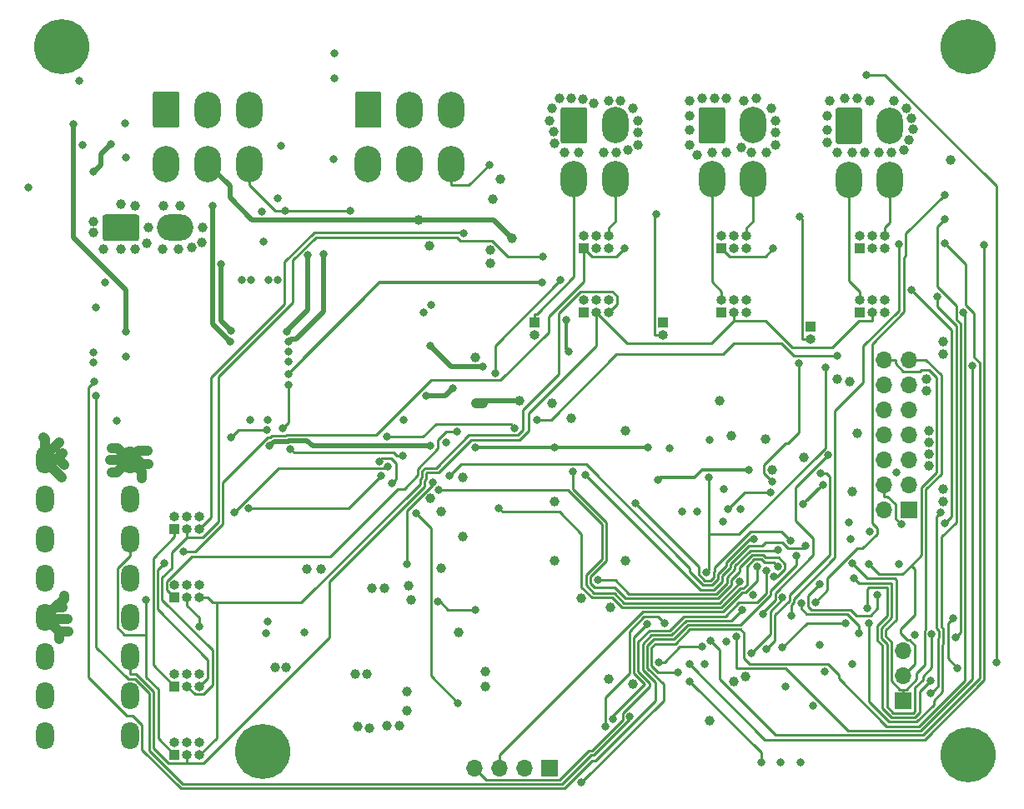
<source format=gbr>
G04 #@! TF.GenerationSoftware,KiCad,Pcbnew,5.1.6-c6e7f7d~87~ubuntu18.04.1*
G04 #@! TF.CreationDate,2020-08-26T01:47:06+02:00*
G04 #@! TF.ProjectId,retropilot_stm32f405_ecu,72657472-6f70-4696-9c6f-745f73746d33,rev?*
G04 #@! TF.SameCoordinates,Original*
G04 #@! TF.FileFunction,Copper,L4,Bot*
G04 #@! TF.FilePolarity,Positive*
%FSLAX46Y46*%
G04 Gerber Fmt 4.6, Leading zero omitted, Abs format (unit mm)*
G04 Created by KiCad (PCBNEW 5.1.6-c6e7f7d~87~ubuntu18.04.1) date 2020-08-26 01:47:06*
%MOMM*%
%LPD*%
G01*
G04 APERTURE LIST*
G04 #@! TA.AperFunction,ComponentPad*
%ADD10O,1.700000X1.700000*%
G04 #@! TD*
G04 #@! TA.AperFunction,ComponentPad*
%ADD11R,1.700000X1.700000*%
G04 #@! TD*
G04 #@! TA.AperFunction,ComponentPad*
%ADD12O,3.700000X2.700000*%
G04 #@! TD*
G04 #@! TA.AperFunction,ComponentPad*
%ADD13O,1.800000X2.800000*%
G04 #@! TD*
G04 #@! TA.AperFunction,ComponentPad*
%ADD14O,1.000000X1.000000*%
G04 #@! TD*
G04 #@! TA.AperFunction,ComponentPad*
%ADD15R,1.000000X1.000000*%
G04 #@! TD*
G04 #@! TA.AperFunction,ComponentPad*
%ADD16O,2.700000X3.700000*%
G04 #@! TD*
G04 #@! TA.AperFunction,ComponentPad*
%ADD17C,5.600000*%
G04 #@! TD*
G04 #@! TA.AperFunction,ViaPad*
%ADD18C,1.000000*%
G04 #@! TD*
G04 #@! TA.AperFunction,ViaPad*
%ADD19C,0.800000*%
G04 #@! TD*
G04 #@! TA.AperFunction,Conductor*
%ADD20C,1.000000*%
G04 #@! TD*
G04 #@! TA.AperFunction,Conductor*
%ADD21C,0.250000*%
G04 #@! TD*
G04 #@! TA.AperFunction,Conductor*
%ADD22C,0.500000*%
G04 #@! TD*
G04 #@! TA.AperFunction,Conductor*
%ADD23C,0.300000*%
G04 #@! TD*
G04 APERTURE END LIST*
D10*
X120400000Y-94420000D03*
X120400000Y-96960000D03*
D11*
X120400000Y-99500000D03*
G04 #@! TA.AperFunction,ComponentPad*
G36*
G01*
X42599999Y-52750000D02*
X39400001Y-52750000D01*
G75*
G02*
X39150000Y-52499999I0J250001D01*
G01*
X39150000Y-50300001D01*
G75*
G02*
X39400001Y-50050000I250001J0D01*
G01*
X42599999Y-50050000D01*
G75*
G02*
X42850000Y-50300001I0J-250001D01*
G01*
X42850000Y-52499999D01*
G75*
G02*
X42599999Y-52750000I-250001J0D01*
G01*
G37*
G04 #@! TD.AperFunction*
D12*
X46500000Y-51400000D03*
D13*
X33300000Y-103000000D03*
X33300000Y-99000000D03*
X33300000Y-91000000D03*
X33300000Y-95000000D03*
X33300000Y-79000000D03*
X33300000Y-87000000D03*
X33300000Y-83000000D03*
X33300000Y-75000000D03*
X41900000Y-91000000D03*
X41900000Y-75000000D03*
X41900000Y-83000000D03*
X41900000Y-79000000D03*
X41900000Y-95000000D03*
X41900000Y-103000000D03*
X41900000Y-99000000D03*
X41900000Y-87000000D03*
D14*
X49000000Y-103730000D03*
X49000000Y-105000000D03*
X47730000Y-103730000D03*
X47730000Y-105000000D03*
X46460000Y-103730000D03*
D15*
X46460000Y-105000000D03*
D14*
X49000000Y-96730000D03*
X49000000Y-98000000D03*
X47730000Y-96730000D03*
X47730000Y-98000000D03*
X46460000Y-96730000D03*
D15*
X46460000Y-98000000D03*
D14*
X49000000Y-87730000D03*
X49000000Y-89000000D03*
X47730000Y-87730000D03*
X47730000Y-89000000D03*
X46460000Y-87730000D03*
D15*
X46460000Y-89000000D03*
D14*
X49000000Y-80730000D03*
X49000000Y-82000000D03*
X47730000Y-80730000D03*
X47730000Y-82000000D03*
X46460000Y-80730000D03*
D15*
X46460000Y-82000000D03*
D14*
X118540000Y-58730000D03*
X118540000Y-60000000D03*
X117270000Y-58730000D03*
X117270000Y-60000000D03*
X116000000Y-58730000D03*
D15*
X116000000Y-60000000D03*
D14*
X118540000Y-52230000D03*
X118540000Y-53500000D03*
X117270000Y-52230000D03*
X117270000Y-53500000D03*
X116000000Y-52230000D03*
D15*
X116000000Y-53500000D03*
D14*
X104540000Y-58730000D03*
X104540000Y-60000000D03*
X103270000Y-58730000D03*
X103270000Y-60000000D03*
X102000000Y-58730000D03*
D15*
X102000000Y-60000000D03*
D14*
X104540000Y-52230000D03*
X104540000Y-53500000D03*
X103270000Y-52230000D03*
X103270000Y-53500000D03*
X102000000Y-52230000D03*
D15*
X102000000Y-53500000D03*
D14*
X90540000Y-58730000D03*
X90540000Y-60000000D03*
X89270000Y-58730000D03*
X89270000Y-60000000D03*
X88000000Y-58730000D03*
D15*
X88000000Y-60000000D03*
D14*
X90540000Y-52230000D03*
X90540000Y-53500000D03*
X89270000Y-52230000D03*
X89270000Y-53500000D03*
X88000000Y-52230000D03*
D15*
X88000000Y-53500000D03*
D14*
X111000000Y-62730000D03*
D15*
X111000000Y-61460000D03*
D14*
X96000000Y-62270000D03*
D15*
X96000000Y-61000000D03*
D14*
X83000000Y-62270000D03*
D15*
X83000000Y-61000000D03*
G04 #@! TA.AperFunction,ComponentPad*
G36*
G01*
X44250000Y-40999999D02*
X44250000Y-37800001D01*
G75*
G02*
X44500001Y-37550000I250001J0D01*
G01*
X46699999Y-37550000D01*
G75*
G02*
X46950000Y-37800001I0J-250001D01*
G01*
X46950000Y-40999999D01*
G75*
G02*
X46699999Y-41250000I-250001J0D01*
G01*
X44500001Y-41250000D01*
G75*
G02*
X44250000Y-40999999I0J250001D01*
G01*
G37*
G04 #@! TD.AperFunction*
D16*
X49800000Y-39400000D03*
X54000000Y-39400000D03*
X45600000Y-44900000D03*
X49800000Y-44900000D03*
X54000000Y-44900000D03*
D17*
X55400000Y-104600000D03*
X127000000Y-105000000D03*
X127000000Y-33000000D03*
X35000000Y-33000000D03*
D10*
X118460000Y-64840000D03*
X121000000Y-64840000D03*
X118460000Y-67380000D03*
X121000000Y-67380000D03*
X118460000Y-69920000D03*
X121000000Y-69920000D03*
X118460000Y-72460000D03*
X121000000Y-72460000D03*
X118460000Y-75000000D03*
X121000000Y-75000000D03*
X118460000Y-77540000D03*
X121000000Y-77540000D03*
X118460000Y-80080000D03*
D11*
X121000000Y-80080000D03*
D10*
X76880000Y-106300000D03*
X79420000Y-106300000D03*
X81960000Y-106300000D03*
D11*
X84500000Y-106300000D03*
G04 #@! TA.AperFunction,ComponentPad*
G36*
G01*
X113550000Y-42649999D02*
X113550000Y-39450001D01*
G75*
G02*
X113800001Y-39200000I250001J0D01*
G01*
X115999999Y-39200000D01*
G75*
G02*
X116250000Y-39450001I0J-250001D01*
G01*
X116250000Y-42649999D01*
G75*
G02*
X115999999Y-42900000I-250001J0D01*
G01*
X113800001Y-42900000D01*
G75*
G02*
X113550000Y-42649999I0J250001D01*
G01*
G37*
G04 #@! TD.AperFunction*
D16*
X119100000Y-41050000D03*
X114900000Y-46550000D03*
X119100000Y-46550000D03*
G04 #@! TA.AperFunction,ComponentPad*
G36*
G01*
X99650000Y-42599999D02*
X99650000Y-39400001D01*
G75*
G02*
X99900001Y-39150000I250001J0D01*
G01*
X102099999Y-39150000D01*
G75*
G02*
X102350000Y-39400001I0J-250001D01*
G01*
X102350000Y-42599999D01*
G75*
G02*
X102099999Y-42850000I-250001J0D01*
G01*
X99900001Y-42850000D01*
G75*
G02*
X99650000Y-42599999I0J250001D01*
G01*
G37*
G04 #@! TD.AperFunction*
X105200000Y-41000000D03*
X101000000Y-46500000D03*
X105200000Y-46500000D03*
G04 #@! TA.AperFunction,ComponentPad*
G36*
G01*
X85650000Y-42599999D02*
X85650000Y-39400001D01*
G75*
G02*
X85900001Y-39150000I250001J0D01*
G01*
X88099999Y-39150000D01*
G75*
G02*
X88350000Y-39400001I0J-250001D01*
G01*
X88350000Y-42599999D01*
G75*
G02*
X88099999Y-42850000I-250001J0D01*
G01*
X85900001Y-42850000D01*
G75*
G02*
X85650000Y-42599999I0J250001D01*
G01*
G37*
G04 #@! TD.AperFunction*
X91200000Y-41000000D03*
X87000000Y-46500000D03*
X91200000Y-46500000D03*
G04 #@! TA.AperFunction,ComponentPad*
G36*
G01*
X64750000Y-40999999D02*
X64750000Y-37800001D01*
G75*
G02*
X65000001Y-37550000I250001J0D01*
G01*
X67199999Y-37550000D01*
G75*
G02*
X67450000Y-37800001I0J-250001D01*
G01*
X67450000Y-40999999D01*
G75*
G02*
X67199999Y-41250000I-250001J0D01*
G01*
X65000001Y-41250000D01*
G75*
G02*
X64750000Y-40999999I0J250001D01*
G01*
G37*
G04 #@! TD.AperFunction*
X70300000Y-39400000D03*
X74500000Y-39400000D03*
X66100000Y-44900000D03*
X70300000Y-44900000D03*
X74500000Y-44900000D03*
D18*
X39200000Y-53600000D03*
X41000000Y-49000000D03*
X42400000Y-49200000D03*
X43600000Y-53000000D03*
X42400000Y-53600000D03*
X41000000Y-53600000D03*
X38200000Y-51900000D03*
X38200000Y-50800000D03*
D19*
X31600000Y-47300000D03*
D18*
X34700000Y-93200000D03*
X35200000Y-88800000D03*
X35700000Y-92400000D03*
X35600000Y-91200000D03*
X35100000Y-90000000D03*
X92250000Y-72000000D03*
X86750000Y-70750000D03*
D19*
X100750000Y-73000000D03*
D18*
X107114000Y-76046300D03*
X110319000Y-74750000D03*
X106451000Y-72900000D03*
D19*
X72500000Y-59250000D03*
X100250000Y-95750000D03*
D18*
X65026100Y-102074000D03*
X92250000Y-85250000D03*
X90500000Y-97250000D03*
D19*
X108500000Y-98000000D03*
X111250000Y-100000000D03*
D18*
X78500000Y-55000000D03*
X77000000Y-64550000D03*
X115750000Y-72250000D03*
X103000000Y-72500000D03*
X101750000Y-69000000D03*
X85000000Y-85250000D03*
X85000000Y-79250000D03*
X75750000Y-82750000D03*
X75750000Y-76750000D03*
X79500000Y-46500000D03*
X93500000Y-40500000D03*
X93500000Y-41750000D03*
X93500000Y-43000000D03*
X92500000Y-43500000D03*
X91250000Y-43750000D03*
X90000000Y-43750000D03*
X107500000Y-40500000D03*
X107500000Y-41750000D03*
X107500000Y-43000000D03*
X106500000Y-43750000D03*
X105000000Y-43750000D03*
X104000000Y-43250000D03*
X121400000Y-41400000D03*
X121000000Y-42500000D03*
X120500000Y-43500000D03*
X119250000Y-43750000D03*
X118000000Y-43750000D03*
X121250000Y-40250000D03*
X125250000Y-44500000D03*
X124500000Y-63000000D03*
X124500000Y-78000000D03*
X103200000Y-97500000D03*
X100750000Y-101500000D03*
X115000000Y-67000000D03*
X122750000Y-66750000D03*
X122750000Y-68000000D03*
X123000000Y-72000000D03*
X123000000Y-73250000D03*
X123000000Y-74400000D03*
X123000000Y-75600000D03*
X115250000Y-78250000D03*
X78500000Y-53700000D03*
X107000000Y-39250000D03*
X105500000Y-38250000D03*
X104250000Y-38500000D03*
X120750000Y-39250000D03*
X119500000Y-38500000D03*
X93000000Y-39250000D03*
X91750000Y-38500000D03*
X90500000Y-38500000D03*
D19*
X54200000Y-56700000D03*
X53300000Y-56700000D03*
X56000000Y-56700000D03*
X56900000Y-56700000D03*
X39400000Y-57000000D03*
X38500000Y-59500000D03*
X55900000Y-70900000D03*
X40600000Y-71000000D03*
X69700000Y-70900000D03*
X74000000Y-73200000D03*
X54150000Y-70900000D03*
X71750000Y-60000000D03*
X41400000Y-40800000D03*
X55300000Y-49750000D03*
X37100000Y-43000000D03*
D18*
X70250000Y-87750000D03*
X70500000Y-89250000D03*
X57800000Y-96100000D03*
X56700000Y-96100000D03*
X59900000Y-86100000D03*
X61300000Y-86100000D03*
D19*
X62600000Y-44400000D03*
X62700000Y-33700000D03*
D18*
X75250000Y-92500000D03*
X64750000Y-96750000D03*
X66000000Y-96750000D03*
X66250000Y-102250000D03*
X70000000Y-100500000D03*
X70000000Y-98500000D03*
D19*
X102250000Y-78000000D03*
X98000000Y-80250000D03*
X115250000Y-95750000D03*
X102432634Y-93432634D03*
D18*
X72424488Y-78924488D03*
D19*
X105187692Y-88711709D03*
X120000000Y-85600000D03*
X121600000Y-92800000D03*
D18*
X87718717Y-89031283D03*
X90736655Y-90007231D03*
D19*
X77025000Y-69275000D03*
X103923000Y-79983700D03*
X111938000Y-93834300D03*
D18*
X78000000Y-96500000D03*
D19*
X119750000Y-76250000D03*
D18*
X84750000Y-69250000D03*
D19*
X99500000Y-80250000D03*
X117000000Y-82250000D03*
D18*
X81500000Y-69000000D03*
X80750000Y-52500000D03*
D19*
X110000000Y-105750000D03*
D18*
X71200000Y-50600000D03*
X78000000Y-98000000D03*
D19*
X112500000Y-96500000D03*
X115068000Y-83052200D03*
X102149000Y-81297000D03*
X114908000Y-81385300D03*
X96750900Y-73814000D03*
D18*
X104429451Y-97000023D03*
X92982306Y-97767694D03*
X43800000Y-51400000D03*
X45300000Y-49200000D03*
X47000000Y-49200000D03*
X49300000Y-51400000D03*
X49200000Y-52900000D03*
X48200000Y-53400000D03*
X46800000Y-53600000D03*
X43800000Y-75400000D03*
X43700000Y-74100000D03*
X33100000Y-72700000D03*
X34700000Y-73200000D03*
X43100000Y-76900000D03*
X40100000Y-76300000D03*
X39900000Y-75000000D03*
X40100000Y-73800000D03*
X35000000Y-76800000D03*
X35200000Y-75500000D03*
D19*
X55700000Y-92600000D03*
D18*
X78750000Y-48500000D03*
X98750000Y-38500000D03*
X100000000Y-38250000D03*
X101250000Y-38250000D03*
X102500000Y-38250000D03*
X98750000Y-40000000D03*
X98750000Y-41500000D03*
X98750000Y-43000000D03*
X99500000Y-44000000D03*
X101000000Y-43750000D03*
X102500000Y-43750000D03*
X115750000Y-38250000D03*
X114500000Y-38250000D03*
X113000000Y-38500000D03*
X117000000Y-38500000D03*
X112750000Y-40000000D03*
X112750000Y-41500000D03*
X112750000Y-42750000D03*
X113750000Y-43750000D03*
X115250000Y-43750000D03*
X116500000Y-43750000D03*
X87900000Y-38300000D03*
X86750000Y-38250000D03*
X85500000Y-38250000D03*
X84750000Y-39250000D03*
X84500000Y-40500000D03*
X84900000Y-41600000D03*
X85000000Y-42800000D03*
X86000000Y-43750000D03*
X87500000Y-43750000D03*
X89000000Y-38750000D03*
X72300000Y-53200000D03*
D19*
X55500000Y-52800000D03*
X56900000Y-48400000D03*
X36800000Y-36500000D03*
X57250000Y-43100000D03*
X41500000Y-44300000D03*
X55900000Y-91400000D03*
X59600000Y-92500000D03*
X62700000Y-36200000D03*
X58000000Y-64000000D03*
X38200000Y-64100000D03*
X38200000Y-65100000D03*
X58000000Y-65000000D03*
X41500000Y-64500000D03*
D18*
X35100000Y-74300000D03*
X45200000Y-53600000D03*
X69250000Y-102000000D03*
D19*
X74700000Y-67700000D03*
D18*
X113750000Y-66750000D03*
X124500000Y-64250000D03*
X124500000Y-79250000D03*
X73500000Y-80250000D03*
X73500000Y-86000000D03*
D19*
X56100000Y-73600000D03*
X72400000Y-73600000D03*
D18*
X68000000Y-102000000D03*
X66500000Y-88000000D03*
X67750000Y-88000000D03*
D19*
X72000000Y-68500000D03*
X112502700Y-65640200D03*
X100675600Y-76752700D03*
X100441762Y-86399942D03*
X52536300Y-80337200D03*
X68062772Y-75656062D03*
X107681900Y-85848900D03*
X79345600Y-79867200D03*
X108973300Y-83204300D03*
X93216400Y-79401200D03*
X107750000Y-84116200D03*
X89400000Y-87200000D03*
X106972000Y-78281400D03*
X102627000Y-79991100D03*
X60000000Y-54200000D03*
X57849000Y-61949000D03*
X61600000Y-54100000D03*
X58000000Y-63000000D03*
X77782900Y-65525000D03*
X72400000Y-63400000D03*
X45408700Y-85531800D03*
X75798400Y-52003500D03*
X83832800Y-54325300D03*
X47320400Y-84297700D03*
X92132900Y-53483200D03*
X107242700Y-53500000D03*
X48939000Y-91895700D03*
X75106800Y-72090900D03*
X43558400Y-89205100D03*
X95382400Y-50000000D03*
X109916000Y-50304500D03*
X106534661Y-86258899D03*
X105639151Y-85813831D03*
X124670000Y-48031700D03*
X111505737Y-89450227D03*
X116956400Y-91624600D03*
X123896600Y-58414000D03*
X124669900Y-50553500D03*
X125725052Y-93018700D03*
X103497300Y-92949300D03*
X127445300Y-65411700D03*
X124669500Y-52954500D03*
X100879753Y-93361610D03*
X128629400Y-53125000D03*
X98720415Y-95768473D03*
X97586400Y-96587400D03*
X126542300Y-60009000D03*
X116954400Y-85599800D03*
X115273500Y-85523100D03*
X120208300Y-81546300D03*
X86880400Y-76188500D03*
X107310868Y-86889395D03*
X78986600Y-66175700D03*
X85612300Y-56743200D03*
X121256400Y-57719100D03*
X124619500Y-81465100D03*
X88180700Y-76523300D03*
X110522100Y-83758100D03*
X81000000Y-71750000D03*
X83250000Y-70900000D03*
X67974082Y-72654772D03*
X113732000Y-64400000D03*
X105000000Y-94600000D03*
X100000000Y-94000000D03*
X72653960Y-77281464D03*
X70000000Y-85600000D03*
X73200000Y-89400000D03*
X77000000Y-90200000D03*
X69600000Y-74600000D03*
X58224819Y-73915835D03*
X57400000Y-71800000D03*
X58000000Y-67400000D03*
X108159693Y-88925028D03*
X95600000Y-95600000D03*
X110250000Y-79500000D03*
X112250000Y-77500000D03*
X86500000Y-64000000D03*
X86250000Y-60750000D03*
X83750000Y-57000000D03*
X58000000Y-66250000D03*
X104750000Y-76000000D03*
X77000000Y-73750000D03*
X94500000Y-73750000D03*
X95500000Y-77000000D03*
X85000000Y-73750000D03*
X115890800Y-92610600D03*
X110055726Y-89535395D03*
X114585200Y-91550300D03*
X108144200Y-94052000D03*
X119968000Y-53105100D03*
X78380700Y-45000000D03*
X109050012Y-90848900D03*
X124219000Y-80357700D03*
X123223300Y-98726000D03*
X90211000Y-102084500D03*
X96176144Y-91599955D03*
X111934659Y-87603159D03*
X117794584Y-88675043D03*
X107121000Y-77227700D03*
X109796000Y-65215800D03*
X112054800Y-76310400D03*
X106499833Y-94223619D03*
X112782400Y-74531600D03*
X106206580Y-90657004D03*
X36200000Y-40900000D03*
X41500000Y-62000000D03*
X40000000Y-42950000D03*
X38200000Y-45700000D03*
X52100000Y-63000000D03*
X50300000Y-49200000D03*
X52201000Y-61898900D03*
X51200000Y-55100000D03*
X64315600Y-49720200D03*
X57712200Y-49699200D03*
X68508474Y-77356974D03*
X73275223Y-78065081D03*
X67215419Y-75125010D03*
X103840373Y-87324294D03*
X52199300Y-72690100D03*
X70938400Y-80381100D03*
X75219900Y-99687600D03*
X123200700Y-97449800D03*
X116773900Y-90082300D03*
X55796827Y-71916360D03*
X115410300Y-86991000D03*
X125498400Y-91074100D03*
X125955600Y-96146200D03*
X129872200Y-95538400D03*
X116653600Y-35893500D03*
X123331581Y-92693689D03*
X74377500Y-76630700D03*
X67389800Y-76630700D03*
X53981500Y-79941300D03*
X105256700Y-83013786D03*
X38490500Y-68480700D03*
X92666000Y-101039500D03*
X38282500Y-67075000D03*
X104086199Y-90215478D03*
X109589900Y-84696500D03*
X87761400Y-107767400D03*
X106000000Y-105750000D03*
X98767867Y-97504254D03*
X90967000Y-101309900D03*
X108000000Y-105750000D03*
X94460660Y-91638123D03*
D20*
X34300000Y-90000000D02*
X33300000Y-91000000D01*
X35200000Y-88800000D02*
X35200000Y-89100000D01*
X35200000Y-89100000D02*
X34300000Y-90000000D01*
X33500000Y-91200000D02*
X33300000Y-91000000D01*
X34700000Y-92400000D02*
X33500000Y-91200000D01*
X35700000Y-92400000D02*
X34700000Y-92400000D01*
X34700000Y-93200000D02*
X34700000Y-92400000D01*
X35600000Y-91200000D02*
X33500000Y-91200000D01*
X33500000Y-91200000D02*
X33300000Y-91000000D01*
X35100000Y-90000000D02*
X34300000Y-90000000D01*
X34300000Y-90000000D02*
X33300000Y-91000000D01*
D21*
X78000000Y-69000000D02*
X77750000Y-69250000D01*
D22*
X81500000Y-69000000D02*
X78000000Y-69000000D01*
X78000000Y-69000000D02*
X77300000Y-69000000D01*
X71200000Y-50600000D02*
X54322400Y-50600000D01*
X54322400Y-50600000D02*
X52072400Y-48350000D01*
X52072400Y-48350000D02*
X52072400Y-47172400D01*
X52072400Y-47172400D02*
X49800000Y-44900000D01*
D20*
X77750000Y-69250000D02*
X77050000Y-69250000D01*
X77050000Y-69250000D02*
X77025000Y-69275000D01*
D22*
X80750000Y-52500000D02*
X78850000Y-50600000D01*
X78850000Y-50600000D02*
X71200000Y-50600000D01*
D20*
X33300000Y-75000000D02*
X33300000Y-74600000D01*
X34400000Y-75000000D02*
X34700000Y-75000000D01*
X34700000Y-75000000D02*
X35200000Y-75500000D01*
X33300000Y-75000000D02*
X34400000Y-75000000D01*
X43100000Y-76900000D02*
X43100000Y-76200000D01*
X43100000Y-76200000D02*
X41900000Y-75000000D01*
X43800000Y-75400000D02*
X43100000Y-75400000D01*
X43100000Y-75400000D02*
X42700000Y-75000000D01*
X42700000Y-75000000D02*
X41900000Y-75000000D01*
X43700000Y-74100000D02*
X42800000Y-74100000D01*
X42800000Y-74100000D02*
X41900000Y-75000000D01*
X40100000Y-73800000D02*
X40700000Y-73800000D01*
X40700000Y-73800000D02*
X41900000Y-75000000D01*
X40100000Y-76300000D02*
X40600000Y-76300000D01*
X40600000Y-76300000D02*
X41900000Y-75000000D01*
X41900000Y-75000000D02*
X39900000Y-75000000D01*
X33300000Y-75000000D02*
X33300000Y-75100000D01*
X33300000Y-75100000D02*
X35000000Y-76800000D01*
X33300000Y-75000000D02*
X34400000Y-75000000D01*
X34400000Y-75000000D02*
X35100000Y-74300000D01*
X33300000Y-75000000D02*
X33300000Y-74600000D01*
X33300000Y-74600000D02*
X34700000Y-73200000D01*
X33300000Y-74600000D02*
X33300000Y-72900000D01*
X33300000Y-72900000D02*
X33100000Y-72700000D01*
D22*
X74700000Y-67700000D02*
X73900000Y-68500000D01*
X73900000Y-68500000D02*
X72000000Y-68500000D01*
X60458004Y-73600000D02*
X72400000Y-73600000D01*
X57986179Y-73100011D02*
X58038666Y-73047524D01*
X58038666Y-73047524D02*
X59905528Y-73047524D01*
X56599989Y-73100011D02*
X57986179Y-73100011D01*
X59905528Y-73047524D02*
X60458004Y-73600000D01*
X56100000Y-73600000D02*
X56599989Y-73100011D01*
D21*
X112502700Y-65640200D02*
X112502700Y-73778700D01*
X112502700Y-73778700D02*
X103761300Y-82520100D01*
X103761300Y-82520100D02*
X100690200Y-82520100D01*
X100675600Y-76752700D02*
X100675600Y-82505500D01*
X100675600Y-82505500D02*
X100690200Y-82520100D01*
X100690200Y-86151504D02*
X100441762Y-86399942D01*
X100690200Y-82520100D02*
X100690200Y-86151504D01*
X67868822Y-75850012D02*
X68062772Y-75656062D01*
X52536300Y-80337200D02*
X57023488Y-75850012D01*
X57023488Y-75850012D02*
X67868822Y-75850012D01*
X104565375Y-85814603D02*
X105291149Y-85088829D01*
X103906557Y-88049296D02*
X104188375Y-88049296D01*
X88859774Y-89005598D02*
X90901765Y-89005598D01*
X87774977Y-87920801D02*
X88859774Y-89005598D01*
X105291149Y-85088829D02*
X105987153Y-85088829D01*
X85536799Y-80267199D02*
X87774977Y-82505377D01*
X106347225Y-85448901D02*
X107281901Y-85448901D01*
X104188375Y-88049296D02*
X104565375Y-87672296D01*
X79745599Y-80267199D02*
X85536799Y-80267199D01*
X87774977Y-82505377D02*
X87774977Y-87920801D01*
X91867698Y-89971533D02*
X101984321Y-89971533D01*
X104565375Y-87672296D02*
X104565375Y-85814603D01*
X101984321Y-89971533D02*
X103906557Y-88049296D01*
X107281901Y-85448901D02*
X107681900Y-85848900D01*
X105987153Y-85088829D02*
X106347225Y-85448901D01*
X79345600Y-79867200D02*
X79745599Y-80267199D01*
X90901765Y-89005598D02*
X91867698Y-89971533D01*
X101309178Y-85888745D02*
X101309178Y-86264620D01*
X100834900Y-87264000D02*
X100280500Y-87264000D01*
X108973300Y-83204300D02*
X108057784Y-82288784D01*
X101166729Y-86932172D02*
X100834900Y-87264000D01*
X100280500Y-87264000D02*
X99647000Y-86630500D01*
X108057784Y-82288784D02*
X104909139Y-82288784D01*
X99647000Y-86630500D02*
X99647000Y-85831800D01*
X101309178Y-86264620D02*
X101166729Y-86407069D01*
X104909139Y-82288784D02*
X101309178Y-85888745D01*
X99647000Y-85831800D02*
X93216400Y-79401200D01*
X101166729Y-86407069D02*
X101166729Y-86932172D01*
X107750000Y-84116200D02*
X107677393Y-84188807D01*
X104918349Y-84188807D02*
X103352624Y-85754532D01*
X91165685Y-87200000D02*
X89400000Y-87200000D01*
X103352624Y-85754532D02*
X103352624Y-86130407D01*
X102516762Y-87529859D02*
X101425121Y-88621500D01*
X101425121Y-88621500D02*
X92587185Y-88621500D01*
X102516762Y-86966269D02*
X102516762Y-87529859D01*
X92587185Y-88621500D02*
X91165685Y-87200000D01*
X103352624Y-86130407D02*
X102516762Y-86966269D01*
X107677393Y-84188807D02*
X104918349Y-84188807D01*
X102627000Y-79991100D02*
X104337000Y-78281400D01*
X104337000Y-78281400D02*
X106972000Y-78281400D01*
D22*
X60000000Y-54200000D02*
X60000000Y-59750000D01*
X60000000Y-59750000D02*
X57849000Y-61901000D01*
X57849000Y-61901000D02*
X57849000Y-61949000D01*
X61600000Y-54100000D02*
X61600000Y-59900000D01*
X61600000Y-59900000D02*
X58750000Y-62750000D01*
X58750000Y-62750000D02*
X58250000Y-62750000D01*
X58250000Y-62750000D02*
X58000000Y-63000000D01*
X72400000Y-63400000D02*
X74525000Y-65525000D01*
X74525000Y-65525000D02*
X77782900Y-65525000D01*
D21*
X83000000Y-60174700D02*
X83206600Y-60174700D01*
X83206600Y-60174700D02*
X87000000Y-56381300D01*
X87000000Y-56381300D02*
X87000000Y-48675300D01*
X87000000Y-46500000D02*
X87000000Y-48675300D01*
X83000000Y-61000000D02*
X83000000Y-60174700D01*
X90540000Y-52230000D02*
X90540000Y-51404700D01*
X91200000Y-46500000D02*
X91200000Y-50744700D01*
X91200000Y-50744700D02*
X90540000Y-51404700D01*
X49000000Y-82000000D02*
X50169200Y-80830800D01*
X50169200Y-80830800D02*
X50169200Y-66613100D01*
X50169200Y-66613100D02*
X57625300Y-59157000D01*
X57625300Y-59157000D02*
X57625300Y-54880600D01*
X57625300Y-54880600D02*
X60601100Y-51904800D01*
X60601100Y-51904800D02*
X75699700Y-51904800D01*
X75699700Y-51904800D02*
X75798400Y-52003500D01*
X49000000Y-98000000D02*
X49840000Y-97160000D01*
X49840000Y-97160000D02*
X49840000Y-95280900D01*
X49840000Y-95280900D02*
X44734100Y-90175000D01*
X44734100Y-90175000D02*
X44734100Y-86206400D01*
X44734100Y-86206400D02*
X45408700Y-85531800D01*
X47730000Y-82834800D02*
X49337700Y-82834800D01*
X49337700Y-82834800D02*
X50903200Y-81269300D01*
X50903200Y-81269300D02*
X50903200Y-66516000D01*
X50903200Y-66516000D02*
X58433100Y-58986100D01*
X58433100Y-58986100D02*
X58433100Y-54709700D01*
X58433100Y-54709700D02*
X60772900Y-52369900D01*
X60772900Y-52369900D02*
X75139100Y-52369900D01*
X75139100Y-52369900D02*
X75498000Y-52728800D01*
X75498000Y-52728800D02*
X78710600Y-52728800D01*
X78710600Y-52728800D02*
X80307100Y-54325300D01*
X80307100Y-54325300D02*
X83832800Y-54325300D01*
X47730000Y-98000000D02*
X48555300Y-98825300D01*
X48555300Y-98825300D02*
X49346500Y-98825300D01*
X49346500Y-98825300D02*
X50290300Y-97881500D01*
X50290300Y-97881500D02*
X50290300Y-94301300D01*
X50290300Y-94301300D02*
X45184400Y-89195400D01*
X45184400Y-89195400D02*
X45184400Y-86943100D01*
X45184400Y-86943100D02*
X46134000Y-85993500D01*
X46134000Y-85993500D02*
X46134000Y-84430800D01*
X46134000Y-84430800D02*
X47730000Y-82834800D01*
X47730000Y-82000000D02*
X47730000Y-82834800D01*
X46460000Y-82825300D02*
X44283800Y-85001500D01*
X44283800Y-85001500D02*
X44283800Y-95823800D01*
X44283800Y-95823800D02*
X46460000Y-98000000D01*
X88000000Y-53500000D02*
X88825400Y-54325400D01*
X88825400Y-54325400D02*
X91290700Y-54325400D01*
X91290700Y-54325400D02*
X92132900Y-53483200D01*
X46460000Y-82000000D02*
X46460000Y-82825300D01*
X102000000Y-53500000D02*
X102825400Y-54325400D01*
X102825400Y-54325400D02*
X106417300Y-54325400D01*
X106417300Y-54325400D02*
X107242700Y-53500000D01*
X56159100Y-72688400D02*
X56322499Y-72525001D01*
X47320400Y-84297700D02*
X48543500Y-84297700D01*
X88000000Y-56891400D02*
X88000000Y-54250000D01*
X57800489Y-72472513D02*
X66927487Y-72472513D01*
X84441300Y-62014800D02*
X84441300Y-60450100D01*
X56322499Y-72525001D02*
X57748001Y-72525001D01*
X88000000Y-54250000D02*
X88000000Y-53500000D01*
X84441300Y-60450100D02*
X88000000Y-56891400D01*
X72490200Y-66909800D02*
X79546300Y-66909800D01*
X57748001Y-72525001D02*
X57800489Y-72472513D01*
X66927487Y-72472513D02*
X72490200Y-66909800D01*
X55931800Y-72688400D02*
X56159100Y-72688400D01*
X51353500Y-81487700D02*
X51353500Y-77266700D01*
X48543500Y-84297700D02*
X51353500Y-81487700D01*
X51353500Y-77266700D02*
X55931800Y-72688400D01*
X79546300Y-66909800D02*
X84441300Y-62014800D01*
X50740600Y-89507700D02*
X50333000Y-89507700D01*
X50333000Y-89507700D02*
X49825300Y-89000000D01*
X49000000Y-105000000D02*
X50740600Y-103259400D01*
X50740600Y-103259400D02*
X50740600Y-89507700D01*
X49000000Y-89000000D02*
X49825300Y-89000000D01*
X81801000Y-71975900D02*
X81801000Y-69940800D01*
X72997613Y-75824987D02*
X76343400Y-72479200D01*
X71375012Y-76934401D02*
X71575012Y-76734401D01*
X85485700Y-60059200D02*
X87674400Y-57870500D01*
X50740600Y-89507700D02*
X59314900Y-89507700D01*
X90904800Y-57870500D02*
X91372800Y-58338500D01*
X87674400Y-57870500D02*
X90904800Y-57870500D01*
X91372800Y-58338500D02*
X91372800Y-59167200D01*
X85485700Y-66256100D02*
X85485700Y-60059200D01*
X71375012Y-77447588D02*
X71375012Y-76934401D01*
X71884426Y-75824987D02*
X72997613Y-75824987D01*
X81297700Y-72479200D02*
X81801000Y-71975900D01*
X71575012Y-76134401D02*
X71884426Y-75824987D01*
X81801000Y-69940800D02*
X85485700Y-66256100D01*
X71575012Y-76734401D02*
X71575012Y-76134401D01*
X91372800Y-59167200D02*
X90540000Y-60000000D01*
X76343400Y-72479200D02*
X81297700Y-72479200D01*
X59314900Y-89507700D02*
X71375012Y-77447588D01*
X47730000Y-105825300D02*
X45820900Y-105825300D01*
X45820900Y-105825300D02*
X44320600Y-104325000D01*
X44320600Y-104325000D02*
X44320600Y-98509000D01*
X44320600Y-98509000D02*
X42536900Y-96725300D01*
X42536900Y-96725300D02*
X41900000Y-96725300D01*
X47730000Y-89000000D02*
X47730000Y-89825300D01*
X47730000Y-89825300D02*
X48939000Y-91034300D01*
X48939000Y-91034300D02*
X48939000Y-91895700D01*
X47730000Y-105825300D02*
X47730000Y-105000000D01*
X89270000Y-60000000D02*
X92406200Y-63136200D01*
X92406200Y-63136200D02*
X100959100Y-63136200D01*
X100959100Y-63136200D02*
X103270000Y-60825300D01*
X41900000Y-95000000D02*
X41900000Y-96725300D01*
X103270000Y-60825300D02*
X106423100Y-60825300D01*
X106423100Y-60825300D02*
X109169900Y-63572100D01*
X109169900Y-63572100D02*
X113216300Y-63572100D01*
X113216300Y-63572100D02*
X115963100Y-60825300D01*
X115963100Y-60825300D02*
X117270000Y-60825300D01*
X117270000Y-60000000D02*
X117270000Y-60825300D01*
X103270000Y-60000000D02*
X103270000Y-60825300D01*
X47730000Y-105825300D02*
X49360900Y-105825300D01*
X72025023Y-76920801D02*
X72025023Y-76320800D01*
X62125400Y-87390400D02*
X71825023Y-77690777D01*
X71825023Y-77690777D02*
X71825023Y-77120801D01*
X82410200Y-70229900D02*
X89270000Y-63370100D01*
X72070826Y-76274998D02*
X73240802Y-76274998D01*
X73240802Y-76274998D02*
X76530000Y-72985800D01*
X62125400Y-93060800D02*
X62125400Y-87390400D01*
X89270000Y-63370100D02*
X89270000Y-60000000D01*
X72025023Y-76320800D02*
X72070826Y-76274998D01*
X71825023Y-77120801D02*
X72025023Y-76920801D01*
X81428000Y-72985800D02*
X82410200Y-72003600D01*
X76530000Y-72985800D02*
X81428000Y-72985800D01*
X82410200Y-72003600D02*
X82410200Y-70229900D01*
X49360900Y-105825300D02*
X62125400Y-93060800D01*
X46460000Y-105000000D02*
X44770900Y-103310900D01*
X44770900Y-103310900D02*
X44770900Y-98322400D01*
X44770900Y-98322400D02*
X43558400Y-97109900D01*
X43558400Y-97109900D02*
X43558400Y-92761100D01*
X41900000Y-84725300D02*
X40645800Y-85979500D01*
X40645800Y-85979500D02*
X40645800Y-92044300D01*
X40645800Y-92044300D02*
X41362600Y-92761100D01*
X41362600Y-92761100D02*
X43558400Y-92761100D01*
X43558400Y-89205100D02*
X43558400Y-92761100D01*
X41900000Y-83000000D02*
X41900000Y-84725300D01*
X71125001Y-75920399D02*
X71125001Y-76548001D01*
X48191900Y-84797800D02*
X45634700Y-87355000D01*
X69120399Y-77925001D02*
X62247600Y-84797800D01*
X62247600Y-84797800D02*
X48191900Y-84797800D01*
X45634700Y-88174700D02*
X46460000Y-89000000D01*
X73200000Y-72945100D02*
X73200000Y-73845400D01*
X71125001Y-76548001D02*
X69748001Y-77925001D01*
X45634700Y-87355000D02*
X45634700Y-88174700D01*
X75106800Y-72090900D02*
X74054200Y-72090900D01*
X74054200Y-72090900D02*
X73200000Y-72945100D01*
X73200000Y-73845400D02*
X71125001Y-75920399D01*
X69748001Y-77925001D02*
X69120399Y-77925001D01*
X96000000Y-62270000D02*
X95174700Y-62270000D01*
X95174700Y-62270000D02*
X95174700Y-50207700D01*
X95174700Y-50207700D02*
X95382400Y-50000000D01*
X102000000Y-58730000D02*
X102000000Y-57904700D01*
X101000000Y-46500000D02*
X101000000Y-56904700D01*
X101000000Y-56904700D02*
X102000000Y-57904700D01*
X104540000Y-52230000D02*
X104540000Y-51404700D01*
X105200000Y-46500000D02*
X105200000Y-50744700D01*
X105200000Y-50744700D02*
X104540000Y-51404700D01*
X111000000Y-62730000D02*
X110175000Y-62730000D01*
X110175000Y-62730000D02*
X110175000Y-50563700D01*
X110175000Y-50563700D02*
X109916000Y-50304500D01*
X114900000Y-46550000D02*
X114900000Y-48725300D01*
X114900000Y-48725300D02*
X114900000Y-56804700D01*
X114900000Y-56804700D02*
X116000000Y-57904700D01*
X116000000Y-58730000D02*
X116000000Y-57904700D01*
X118540000Y-52230000D02*
X118540000Y-51404700D01*
X119100000Y-46550000D02*
X119100000Y-50844700D01*
X119100000Y-50844700D02*
X118540000Y-51404700D01*
X94692799Y-97675034D02*
X93524966Y-96507201D01*
X91940700Y-101380600D02*
X91940700Y-100739100D01*
X103738198Y-89490477D02*
X105582527Y-89490477D01*
X88814500Y-104506800D02*
X91940700Y-101380600D01*
X85500300Y-107475400D02*
X88468900Y-104506800D01*
X78055400Y-107475400D02*
X85500300Y-107475400D01*
X96729391Y-92324965D02*
X98181356Y-90873000D01*
X102355675Y-90873000D02*
X103738198Y-89490477D01*
X98181356Y-90873000D02*
X102355675Y-90873000D01*
X106534661Y-88538343D02*
X106534661Y-86258899D01*
X105582527Y-89490477D02*
X106534661Y-88538343D01*
X76880000Y-106300000D02*
X78055400Y-107475400D01*
X93524966Y-93492797D02*
X94692798Y-92324965D01*
X93524966Y-96507201D02*
X93524966Y-93492797D01*
X94692799Y-97987001D02*
X94692799Y-97675034D01*
X91940700Y-100739100D02*
X94692799Y-97987001D01*
X88468900Y-104506800D02*
X88814500Y-104506800D01*
X94692798Y-92324965D02*
X96729391Y-92324965D01*
X93966668Y-90422700D02*
X102169564Y-90422700D01*
X105639151Y-87234932D02*
X105639151Y-85813831D01*
X79420000Y-106300000D02*
X79420000Y-104969368D01*
X79420000Y-104969368D02*
X93966668Y-90422700D01*
X104374775Y-88499307D02*
X105639151Y-87234932D01*
X102169564Y-90422700D02*
X104092957Y-88499307D01*
X104092957Y-88499307D02*
X104374775Y-88499307D01*
X120521300Y-59925300D02*
X117241700Y-63204900D01*
X120693300Y-54269500D02*
X120521300Y-54441500D01*
X120521300Y-54441500D02*
X120521300Y-59925300D01*
X116298700Y-83987400D02*
X115783500Y-83987400D01*
X115783500Y-83987400D02*
X112722200Y-87048700D01*
X117772400Y-82513700D02*
X116298700Y-83987400D01*
X117772400Y-81933500D02*
X117772400Y-82513700D01*
X117241700Y-81402800D02*
X117772400Y-81933500D01*
X124670000Y-48031700D02*
X120693300Y-52008400D01*
X120693300Y-52008400D02*
X120693300Y-54269500D01*
X117241700Y-63204900D02*
X117241700Y-81402800D01*
X112722200Y-87048700D02*
X112722200Y-88233764D01*
X112722200Y-88233764D02*
X111505737Y-89450227D01*
X123523800Y-99451300D02*
X123523700Y-99451300D01*
X124435300Y-93818200D02*
X124435300Y-98539800D01*
X124435300Y-98539800D02*
X123523800Y-99451300D01*
X125798000Y-81312400D02*
X124322700Y-82787700D01*
X116956400Y-99543200D02*
X116956400Y-91624600D01*
X124506594Y-93746906D02*
X124435300Y-93818200D01*
X124322700Y-91963185D02*
X124506594Y-92147079D01*
X124506594Y-92147079D02*
X124506594Y-93746906D01*
X124322700Y-82787700D02*
X124322700Y-91963185D01*
X121806300Y-101602300D02*
X119015500Y-101602300D01*
X123523700Y-99451300D02*
X123523700Y-99884900D01*
X123896600Y-58414000D02*
X123896600Y-59440500D01*
X123896600Y-59440500D02*
X125798000Y-61341900D01*
X125798000Y-61341900D02*
X125798000Y-81312400D01*
X123523700Y-99884900D02*
X121806300Y-101602300D01*
X119015500Y-101602300D02*
X116956400Y-99543200D01*
X125817000Y-59296100D02*
X125817000Y-60724000D01*
X126248300Y-61155300D02*
X126248300Y-92495452D01*
X123914500Y-51308900D02*
X123914500Y-57393600D01*
X123914500Y-57393600D02*
X125817000Y-59296100D01*
X124669900Y-50553500D02*
X123914500Y-51308900D01*
X125817000Y-60724000D02*
X126248300Y-61155300D01*
X126248300Y-92495452D02*
X125725052Y-93018700D01*
X103465600Y-92981000D02*
X103465600Y-96175013D01*
X127445300Y-97288500D02*
X127445300Y-65411700D01*
X114809500Y-102502900D02*
X122230900Y-102502900D01*
X103465600Y-96175013D02*
X108481613Y-96175013D01*
X103497300Y-92949300D02*
X103465600Y-92981000D01*
X108481613Y-96175013D02*
X114809500Y-102502900D01*
X122230900Y-102502900D02*
X127445300Y-97288500D01*
X101807325Y-94289182D02*
X100879753Y-93361610D01*
X127630300Y-64571000D02*
X127630400Y-64571000D01*
X101807325Y-97294425D02*
X101807325Y-94289182D01*
X127630300Y-60071200D02*
X127630300Y-64571000D01*
X127630400Y-64571000D02*
X128170600Y-65111200D01*
X128170600Y-97200100D02*
X122417500Y-102953200D01*
X124669500Y-52954500D02*
X126783500Y-55068500D01*
X107466100Y-102953200D02*
X101807325Y-97294425D01*
X126783600Y-59224500D02*
X127630300Y-60071200D01*
X126783500Y-55068500D02*
X126783500Y-59224500D01*
X126783500Y-59224500D02*
X126783600Y-59224500D01*
X122417500Y-102953200D02*
X107466100Y-102953200D01*
X128170600Y-65111200D02*
X128170600Y-97200100D01*
X106355442Y-103403500D02*
X98720415Y-95768473D01*
X128629400Y-53125000D02*
X128629400Y-97378200D01*
X122604100Y-103403500D02*
X106355442Y-103403500D01*
X128629400Y-97378200D02*
X122604100Y-103403500D01*
X97586400Y-96587400D02*
X95514398Y-96587400D01*
X95514398Y-96587400D02*
X94874999Y-95948001D01*
X94874999Y-95948001D02*
X94874999Y-94051997D01*
X95251998Y-93674998D02*
X97288591Y-93674998D01*
X126698600Y-60165300D02*
X126542300Y-60009000D01*
X97288591Y-93674998D02*
X98739689Y-92223900D01*
X98739689Y-92223900D02*
X103874300Y-92223900D01*
X104251998Y-95125004D02*
X104851996Y-95725002D01*
X112772002Y-95725002D02*
X113879000Y-96832000D01*
X113879000Y-96832000D02*
X113879000Y-97190300D01*
X122044300Y-102052600D02*
X126698600Y-97398300D01*
X104251998Y-92601598D02*
X104251998Y-95125004D01*
X104851996Y-95725002D02*
X112772002Y-95725002D01*
X126698600Y-97398300D02*
X126698600Y-60165300D01*
X94874999Y-94051997D02*
X95251998Y-93674998D01*
X113879000Y-97190300D02*
X118741300Y-102052600D01*
X118741300Y-102052600D02*
X122044300Y-102052600D01*
X103874300Y-92223900D02*
X104251998Y-92601598D01*
X119635300Y-64840000D02*
X119635300Y-65207300D01*
X119635300Y-65207300D02*
X120445300Y-66017300D01*
X120445300Y-66017300D02*
X122082700Y-66017300D01*
X122082700Y-66017300D02*
X122241500Y-65858500D01*
X122241500Y-65858500D02*
X123074800Y-65858500D01*
X123074800Y-65858500D02*
X123831100Y-66614800D01*
X123831100Y-66614800D02*
X123831100Y-76227900D01*
X123831100Y-76227900D02*
X122261300Y-77797700D01*
X122261300Y-77797700D02*
X122261300Y-84683400D01*
X122261300Y-84683400D02*
X121231600Y-85713100D01*
X118460000Y-64840000D02*
X119635300Y-64840000D01*
X117954600Y-86600000D02*
X116954400Y-85599800D01*
X121231600Y-85713100D02*
X120344700Y-86600000D01*
X120344700Y-86600000D02*
X117954600Y-86600000D01*
X121231600Y-85713100D02*
X121588900Y-86070400D01*
X121588900Y-95771100D02*
X120400000Y-96960000D01*
X121588900Y-86070400D02*
X121588900Y-90738098D01*
X121051999Y-93325001D02*
X121588900Y-93861902D01*
X120174999Y-92648001D02*
X120851999Y-93325001D01*
X120851999Y-93325001D02*
X121051999Y-93325001D01*
X120174999Y-92151999D02*
X120174999Y-92648001D01*
X121588900Y-93861902D02*
X121588900Y-95771100D01*
X121588900Y-90738098D02*
X120174999Y-92151999D01*
X120400000Y-99500000D02*
X120400000Y-98351000D01*
X119218700Y-93491702D02*
X118674999Y-92948001D01*
X119561811Y-87050011D02*
X116800411Y-87050011D01*
X119702500Y-87190700D02*
X119561811Y-87050011D01*
X122606579Y-92345687D02*
X122606579Y-95848521D01*
X122606579Y-95848521D02*
X121811300Y-96643800D01*
X119218700Y-97465800D02*
X119218700Y-93491702D01*
X120741000Y-98351000D02*
X120400000Y-98351000D01*
X121811300Y-97280700D02*
X120741000Y-98351000D01*
X122719000Y-64840000D02*
X124281400Y-66402400D01*
X121000000Y-64840000D02*
X122719000Y-64840000D01*
X120400000Y-98351000D02*
X120103900Y-98351000D01*
X121811300Y-96643800D02*
X121811300Y-97280700D01*
X118674999Y-92251999D02*
X119702500Y-91224498D01*
X122718900Y-92233366D02*
X122606579Y-92345687D01*
X124281400Y-66402400D02*
X124281400Y-76414500D01*
X116800411Y-87050011D02*
X115273500Y-85523100D01*
X119702500Y-91224498D02*
X119702500Y-87190700D01*
X120103900Y-98351000D02*
X119218700Y-97465800D01*
X122718900Y-77977000D02*
X122718900Y-92233366D01*
X124281400Y-76414500D02*
X122718900Y-77977000D01*
X118674999Y-92948001D02*
X118674999Y-92251999D01*
X118460000Y-77540000D02*
X118460000Y-78715300D01*
X118460000Y-78715300D02*
X118827400Y-78715300D01*
X118827400Y-78715300D02*
X119635300Y-79523200D01*
X119635300Y-79523200D02*
X119635300Y-80973300D01*
X119635300Y-80973300D02*
X120208300Y-81546300D01*
X107667305Y-86889395D02*
X107310868Y-86889395D01*
X91093989Y-87925001D02*
X92240498Y-89071511D01*
X103802635Y-86336713D02*
X103802635Y-85940932D01*
X88674999Y-86851999D02*
X88674999Y-87548001D01*
X102966773Y-87172575D02*
X103802635Y-86336713D01*
X90277698Y-85249300D02*
X88674999Y-86851999D01*
X108428400Y-86128300D02*
X107667305Y-86889395D01*
X102966773Y-87716259D02*
X102966773Y-87172575D01*
X108428400Y-85567800D02*
X108428400Y-86128300D01*
X90277698Y-81350700D02*
X90277698Y-85249300D01*
X101611521Y-89071511D02*
X102966773Y-87716259D01*
X103802635Y-85940932D02*
X105104749Y-84638818D01*
X92240498Y-89071511D02*
X101611521Y-89071511D01*
X89051999Y-87925001D02*
X91093989Y-87925001D01*
X107799418Y-84938818D02*
X108428400Y-85567800D01*
X86880400Y-77953402D02*
X90277698Y-81350700D01*
X86880400Y-76188500D02*
X86880400Y-77953402D01*
X88674999Y-87548001D02*
X89051999Y-87925001D01*
X106473552Y-84938818D02*
X107799418Y-84938818D01*
X105104749Y-84638818D02*
X106173553Y-84638818D01*
X106173553Y-84638818D02*
X106473552Y-84938818D01*
X121256400Y-57719100D02*
X125347700Y-61810400D01*
X125347700Y-61810400D02*
X125347700Y-80736900D01*
X125347700Y-80736900D02*
X124619500Y-81465100D01*
X85612300Y-56743200D02*
X78986600Y-63368900D01*
X78986600Y-63368900D02*
X78986600Y-66175700D01*
X108714300Y-83971200D02*
X108101400Y-83358300D01*
X102066751Y-87343460D02*
X101239011Y-88171200D01*
X101239011Y-88171200D02*
X99828600Y-88171200D01*
X110522100Y-83758100D02*
X110309000Y-83971200D01*
X108101400Y-83358300D02*
X106455422Y-83358300D01*
X102902613Y-85944007D02*
X102066751Y-86779869D01*
X104731949Y-83738796D02*
X102902613Y-85568132D01*
X110309000Y-83971200D02*
X108714300Y-83971200D01*
X102902613Y-85568132D02*
X102902613Y-85944007D01*
X102066751Y-86779869D02*
X102066751Y-87343460D01*
X106455422Y-83358300D02*
X106074924Y-83738796D01*
X106074924Y-83738796D02*
X104731949Y-83738796D01*
X99828600Y-88171200D02*
X88180700Y-76523300D01*
X80600000Y-71350000D02*
X72982300Y-71350000D01*
X72982300Y-71350000D02*
X71677528Y-72654772D01*
X71677528Y-72654772D02*
X67974082Y-72654772D01*
X81000000Y-71750000D02*
X80600000Y-71350000D01*
X108088000Y-63136900D02*
X109351100Y-64400000D01*
X102095000Y-64265100D02*
X103223000Y-63136900D01*
X103223000Y-63136900D02*
X108088000Y-63136900D01*
X91295300Y-64265100D02*
X102095000Y-64265100D01*
X109351100Y-64400000D02*
X113732000Y-64400000D01*
X84660400Y-70900000D02*
X91295300Y-64265100D01*
X83250000Y-70900000D02*
X84660400Y-70900000D01*
X70000000Y-85600000D02*
X70000000Y-80182235D01*
X77000000Y-90200000D02*
X74200000Y-90200000D01*
X70000000Y-80182235D02*
X72653960Y-77528275D01*
X73400000Y-89400000D02*
X73200000Y-89400000D01*
X72653960Y-77528275D02*
X72653960Y-77281464D01*
X74200000Y-90200000D02*
X73400000Y-89400000D01*
X69034315Y-74600000D02*
X68711508Y-74277193D01*
X68711508Y-74277193D02*
X58586177Y-74277193D01*
X58586177Y-74277193D02*
X58224819Y-73915835D01*
X69600000Y-74600000D02*
X69034315Y-74600000D01*
X57400000Y-71800000D02*
X58000000Y-71200000D01*
X58000000Y-71200000D02*
X58000000Y-67400000D01*
X106931581Y-90403151D02*
X108159693Y-89175039D01*
X108159693Y-89175039D02*
X108159693Y-88925028D01*
X106931581Y-92668419D02*
X106931581Y-90403151D01*
X105000000Y-94600000D02*
X106931581Y-92668419D01*
X96165685Y-95600000D02*
X95600000Y-95600000D01*
X97765685Y-94000000D02*
X96165685Y-95600000D01*
X100000000Y-94000000D02*
X97765685Y-94000000D01*
D23*
X112250000Y-77500000D02*
X110250000Y-79500000D01*
X86250000Y-60750000D02*
X86250000Y-63750000D01*
X86250000Y-63750000D02*
X86500000Y-64000000D01*
X58000000Y-66250000D02*
X67250000Y-57000000D01*
X67250000Y-57000000D02*
X83750000Y-57000000D01*
X104750000Y-76000000D02*
X100000000Y-76000000D01*
X100000000Y-76000000D02*
X99250000Y-76750000D01*
X99250000Y-76750000D02*
X95750000Y-76750000D01*
X95750000Y-76750000D02*
X95500000Y-77000000D01*
X77000000Y-73750000D02*
X85000000Y-73750000D01*
X85000000Y-73750000D02*
X94500000Y-73750000D01*
D21*
X110055726Y-90101080D02*
X110055726Y-89535395D01*
X115890800Y-92610600D02*
X115890800Y-91817000D01*
X114723823Y-90650023D02*
X110604669Y-90650023D01*
X110604669Y-90650023D02*
X110055726Y-90101080D01*
X115890800Y-91817000D02*
X114723823Y-90650023D01*
X108144200Y-94052000D02*
X110645900Y-91550300D01*
X110645900Y-91550300D02*
X114585200Y-91550300D01*
X74500000Y-47075300D02*
X76305400Y-47075300D01*
X76305400Y-47075300D02*
X78380700Y-45000000D01*
X74500000Y-44900000D02*
X74500000Y-47075300D01*
X119968000Y-59805400D02*
X116378600Y-63394800D01*
X116378600Y-63394800D02*
X116378600Y-67154200D01*
X109334706Y-89459430D02*
X109050012Y-89744123D01*
X116378600Y-67154200D02*
X113507800Y-70025000D01*
X119968000Y-53105100D02*
X119968000Y-59805400D01*
X109334706Y-89110194D02*
X109334706Y-89459430D01*
X113507800Y-84937100D02*
X109334706Y-89110194D01*
X113507800Y-70025000D02*
X113507800Y-84937100D01*
X109050012Y-89744123D02*
X109050012Y-90848900D01*
X92624943Y-92400836D02*
X94112658Y-90913121D01*
X90211000Y-99107200D02*
X92624943Y-96693257D01*
X94112658Y-90913121D02*
X95489310Y-90913121D01*
X95489310Y-90913121D02*
X96176144Y-91599955D01*
X92624943Y-96693257D02*
X92624943Y-92400836D01*
X90211000Y-102084500D02*
X90211000Y-99107200D01*
X124219000Y-80357700D02*
X123819001Y-80757699D01*
X123975014Y-97974286D02*
X123623299Y-98326001D01*
X123623299Y-98326001D02*
X123223300Y-98726000D01*
X124056583Y-93041691D02*
X123975014Y-93123260D01*
X124056583Y-92345687D02*
X124056583Y-93041691D01*
X123975014Y-93123260D02*
X123975014Y-97974286D01*
X123819001Y-92108105D02*
X124056583Y-92345687D01*
X123819001Y-80757699D02*
X123819001Y-92108105D01*
X110780727Y-88757091D02*
X110780727Y-89883396D01*
X117072600Y-90809400D02*
X117794584Y-90087416D01*
X117794584Y-90087416D02*
X117794584Y-88675043D01*
X115671000Y-90809400D02*
X117072600Y-90809400D01*
X115061612Y-90200012D02*
X115671000Y-90809400D01*
X111934659Y-87603159D02*
X110780727Y-88757091D01*
X111097343Y-90200012D02*
X115061612Y-90200012D01*
X110780727Y-89883396D02*
X111097343Y-90200012D01*
X109796000Y-65215800D02*
X109796000Y-72215700D01*
X109796000Y-72215700D02*
X108714000Y-73297600D01*
X108714000Y-73297600D02*
X108465000Y-73297600D01*
X108465000Y-73297600D02*
X106282000Y-75480400D01*
X106282000Y-75480400D02*
X106282000Y-76388400D01*
X106282000Y-76388400D02*
X107121000Y-77227700D01*
X112981900Y-76671815D02*
X112981900Y-84624000D01*
X108884695Y-88721205D02*
X108884695Y-89273030D01*
X112981900Y-84624000D02*
X108884695Y-88721205D01*
X112620485Y-76310400D02*
X112981900Y-76671815D01*
X107381592Y-90776133D02*
X107381592Y-93341860D01*
X108884695Y-89273030D02*
X107381592Y-90776133D01*
X112054800Y-76310400D02*
X112620485Y-76310400D01*
X107381592Y-93341860D02*
X106499833Y-94223619D01*
X107434683Y-89238139D02*
X106206580Y-90466242D01*
X106206580Y-90466242D02*
X106206580Y-90657004D01*
X107434683Y-88510774D02*
X107434683Y-89238139D01*
X109482500Y-81219000D02*
X111255000Y-82991500D01*
X112782400Y-74531600D02*
X109482500Y-77831500D01*
X109482500Y-77831500D02*
X109482500Y-81219000D01*
X111255000Y-82991500D02*
X111255000Y-84690459D01*
X111255000Y-84690459D02*
X107434683Y-88510774D01*
D22*
X41500000Y-62000000D02*
X41500000Y-57700000D01*
X41500000Y-57700000D02*
X36200000Y-52400000D01*
X36200000Y-52400000D02*
X36200000Y-40900000D01*
X38200000Y-45700000D02*
X38300000Y-45700000D01*
X38300000Y-45700000D02*
X39000000Y-45000000D01*
X39000000Y-45000000D02*
X39000000Y-43950000D01*
X39000000Y-43950000D02*
X40000000Y-42950000D01*
X50300000Y-49200000D02*
X50300000Y-61200000D01*
X50300000Y-61200000D02*
X52100000Y-63000000D01*
X51200000Y-55100000D02*
X51200000Y-60897900D01*
X51200000Y-60897900D02*
X52201000Y-61898900D01*
D21*
X54000000Y-47075300D02*
X56623900Y-49699200D01*
X56623900Y-49699200D02*
X57712200Y-49699200D01*
X64315600Y-49720200D02*
X64294600Y-49699200D01*
X64294600Y-49699200D02*
X57712200Y-49699200D01*
X54000000Y-44900000D02*
X54000000Y-45538300D01*
X54000000Y-45987600D02*
X54000000Y-47075300D01*
X54000000Y-45987600D02*
X54000000Y-45538300D01*
X67490418Y-74850011D02*
X67215419Y-75125010D01*
X68908473Y-76956975D02*
X68908473Y-75344884D01*
X68908473Y-75344884D02*
X68413600Y-74850011D01*
X68508474Y-77356974D02*
X68908473Y-76956975D01*
X68413600Y-74850011D02*
X67490418Y-74850011D01*
X89046174Y-88555587D02*
X91088164Y-88555587D01*
X88224988Y-86660199D02*
X88224988Y-87734401D01*
X86355668Y-78065081D02*
X89827687Y-81537100D01*
X88224988Y-87734401D02*
X89046174Y-88555587D01*
X89827687Y-85057500D02*
X88224988Y-86660199D01*
X101797921Y-89521522D02*
X103840373Y-87479069D01*
X103840373Y-87479069D02*
X103840373Y-87324294D01*
X89827687Y-81537100D02*
X89827687Y-85057500D01*
X92054098Y-89521522D02*
X101797921Y-89521522D01*
X91088164Y-88555587D02*
X92054098Y-89521522D01*
X73275223Y-78065081D02*
X86355668Y-78065081D01*
X72474998Y-81917698D02*
X71338399Y-80781099D01*
X71338399Y-80781099D02*
X70938400Y-80381100D01*
X75219900Y-99687600D02*
X72474998Y-96942698D01*
X72474998Y-96942698D02*
X72474998Y-81917698D01*
X52199300Y-72690100D02*
X52973040Y-71916360D01*
X52973040Y-71916360D02*
X55796827Y-71916360D01*
X116773900Y-88141400D02*
X116773900Y-90082300D01*
X118318100Y-100268000D02*
X118318100Y-93863923D01*
X118318100Y-93863923D02*
X117774977Y-93320801D01*
X118801900Y-90852276D02*
X118801900Y-87950033D01*
X117774977Y-91879199D02*
X118801900Y-90852276D01*
X122102100Y-98548400D02*
X122102100Y-100669600D01*
X121619700Y-101152000D02*
X119202100Y-101152000D01*
X117774977Y-93320801D02*
X117774977Y-91879199D01*
X119202100Y-101152000D02*
X118318100Y-100268000D01*
X116965267Y-87950033D02*
X116773900Y-88141400D01*
X118801900Y-87950033D02*
X116965267Y-87950033D01*
X123200700Y-97449800D02*
X122102100Y-98548400D01*
X122102100Y-100669600D02*
X121619700Y-101152000D01*
X116653600Y-35893500D02*
X118592600Y-35893500D01*
X118592600Y-35893500D02*
X129872200Y-47173100D01*
X129872200Y-47173100D02*
X129872200Y-95538400D01*
X119252200Y-87500022D02*
X119252200Y-91038387D01*
X121597300Y-100537500D02*
X121597300Y-98131600D01*
X125498400Y-91074100D02*
X124956605Y-91615895D01*
X115919322Y-87500022D02*
X119252200Y-87500022D01*
X118768400Y-100079600D02*
X119390500Y-100701700D01*
X118224988Y-92065599D02*
X118224988Y-93134401D01*
X115410300Y-86991000D02*
X115919322Y-87500022D01*
X122420900Y-96989400D02*
X123331581Y-96078719D01*
X121433100Y-100701700D02*
X121597300Y-100537500D01*
X118224988Y-93134401D02*
X118768400Y-93677813D01*
X118768400Y-93677813D02*
X118768400Y-100079600D01*
X119390500Y-100701700D02*
X121433100Y-100701700D01*
X124956605Y-95147205D02*
X125955600Y-96146200D01*
X119252200Y-91038387D02*
X118224988Y-92065599D01*
X122420900Y-97308000D02*
X122420900Y-96989400D01*
X123331581Y-96078719D02*
X123331581Y-92693689D01*
X121597300Y-98131600D02*
X122420900Y-97308000D01*
X124956605Y-91615895D02*
X124956605Y-95147205D01*
X67389800Y-76630700D02*
X64079200Y-79941300D01*
X64079200Y-79941300D02*
X53981500Y-79941300D01*
X104820548Y-83013786D02*
X105256700Y-83013786D01*
X88214300Y-75461500D02*
X98739800Y-85987000D01*
X75546700Y-75461500D02*
X88214300Y-75461500D01*
X98739800Y-85987000D02*
X98739800Y-86364500D01*
X101032300Y-87720900D02*
X101616740Y-87136460D01*
X101616740Y-87136460D02*
X101616740Y-86593469D01*
X101616740Y-86593469D02*
X102452602Y-85757608D01*
X74377500Y-76630700D02*
X75546700Y-75461500D01*
X102452602Y-85757608D02*
X102452602Y-85381732D01*
X98739800Y-86364500D02*
X100096200Y-87720900D01*
X100096200Y-87720900D02*
X101032300Y-87720900D01*
X102452602Y-85381732D02*
X104820548Y-83013786D01*
X92666000Y-101039500D02*
X92666000Y-101292200D01*
X92666000Y-101292200D02*
X89001100Y-104957100D01*
X89001100Y-104957100D02*
X88762400Y-104957100D01*
X88762400Y-104957100D02*
X85790700Y-107928800D01*
X85790700Y-107928800D02*
X47287500Y-107928800D01*
X47287500Y-107928800D02*
X43870200Y-104511500D01*
X43870200Y-104511500D02*
X43870200Y-98695500D01*
X43870200Y-98695500D02*
X42449300Y-97274600D01*
X42449300Y-97274600D02*
X41723400Y-97274600D01*
X41723400Y-97274600D02*
X38490500Y-94041700D01*
X38490500Y-94041700D02*
X38490500Y-68480700D01*
X42186200Y-101000000D02*
X43145200Y-101959000D01*
X37727000Y-67630500D02*
X37727000Y-97107700D01*
X43145200Y-104429000D02*
X47105400Y-108389200D01*
X94879198Y-92774976D02*
X96915791Y-92774976D01*
X43145200Y-101959000D02*
X43145200Y-104429000D01*
X102978377Y-91323300D02*
X104086199Y-90215478D01*
X98367467Y-91323300D02*
X102978377Y-91323300D01*
X95279199Y-99458801D02*
X95279199Y-97625023D01*
X93974977Y-96320801D02*
X93974977Y-93679197D01*
X93974977Y-93679197D02*
X94879198Y-92774976D01*
X47105400Y-108389200D02*
X86046600Y-108389200D01*
X38282500Y-67075000D02*
X37727000Y-67630500D01*
X86046600Y-108389200D02*
X88869400Y-105566400D01*
X95279199Y-97625023D02*
X93974977Y-96320801D01*
X96915791Y-92774976D02*
X98367467Y-91323300D01*
X37727000Y-97107700D02*
X41619300Y-101000000D01*
X88869400Y-105566400D02*
X89171600Y-105566400D01*
X89171600Y-105566400D02*
X95279199Y-99458801D01*
X41619300Y-101000000D02*
X42186200Y-101000000D01*
X106984672Y-88251738D02*
X109589900Y-85646511D01*
X103935831Y-91773600D02*
X106984672Y-88724759D01*
X106984672Y-88724759D02*
X106984672Y-88251738D01*
X96099978Y-97809391D02*
X94424988Y-96134401D01*
X94424988Y-93865597D02*
X95065598Y-93224987D01*
X87761400Y-107767400D02*
X96099978Y-99428822D01*
X98553578Y-91773600D02*
X103935831Y-91773600D01*
X97102191Y-93224987D02*
X98553578Y-91773600D01*
X95065598Y-93224987D02*
X97102191Y-93224987D01*
X109589900Y-85646511D02*
X109589900Y-84696500D01*
X94424988Y-96134401D02*
X94424988Y-93865597D01*
X96099978Y-99428822D02*
X96099978Y-97809391D01*
X106000000Y-104736387D02*
X98767867Y-97504254D01*
X106000000Y-105750000D02*
X106000000Y-104736387D01*
X90967000Y-100972100D02*
X94160228Y-97778873D01*
X93074954Y-93023829D02*
X94460660Y-91638123D01*
X93074955Y-96693601D02*
X93074954Y-93023829D01*
X94160228Y-97778873D02*
X93074955Y-96693601D01*
X90967000Y-101309900D02*
X90967000Y-100972100D01*
M02*

</source>
